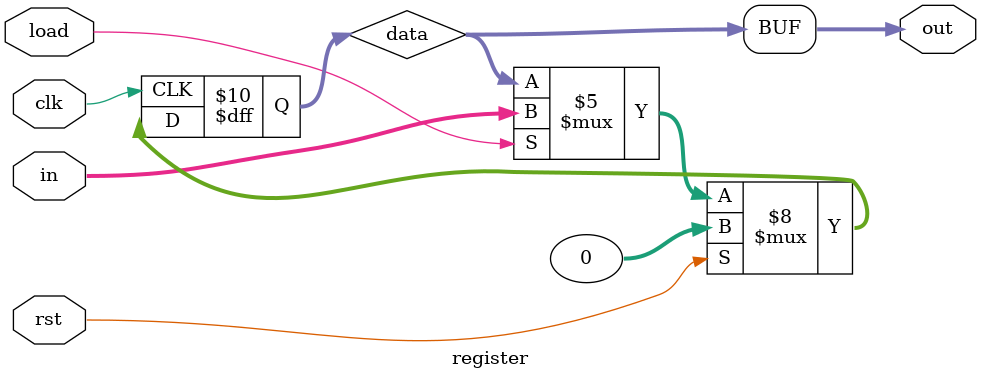
<source format=sv>
module register #(parameter width = 32)
(
    input clk,
    input rst,
    input load,
    input [width-1:0] in,
    output logic [width-1:0] out
);

logic [width-1:0] data = 1'b0;

always_ff @(posedge clk)
begin
    if (rst)
    begin
        data <= '0;
    end
    else if (load)
    begin
        data <= in;
    end
    else
    begin
        data <= data;
    end
end

always_comb
begin
    out = data;
end

endmodule : register

</source>
